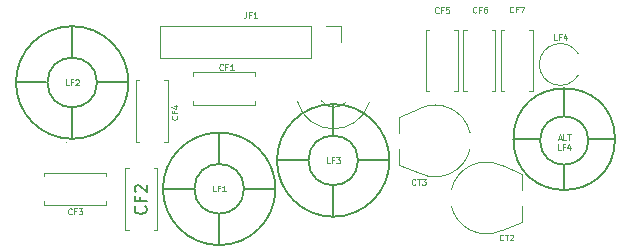
<source format=gto>
G04 #@! TF.GenerationSoftware,KiCad,Pcbnew,(6.0.5)*
G04 #@! TF.CreationDate,2022-05-21T16:28:54+08:00*
G04 #@! TF.ProjectId,AT Sprint 3B.1 filter,41542053-7072-4696-9e74-2033422e3120,rev?*
G04 #@! TF.SameCoordinates,Original*
G04 #@! TF.FileFunction,Legend,Top*
G04 #@! TF.FilePolarity,Positive*
%FSLAX46Y46*%
G04 Gerber Fmt 4.6, Leading zero omitted, Abs format (unit mm)*
G04 Created by KiCad (PCBNEW (6.0.5)) date 2022-05-21 16:28:54*
%MOMM*%
%LPD*%
G01*
G04 APERTURE LIST*
%ADD10C,0.200000*%
%ADD11C,0.100000*%
%ADD12C,0.150000*%
%ADD13C,0.120000*%
%ADD14C,0.050000*%
G04 APERTURE END LIST*
D10*
X140716000Y-64093813D02*
X140716000Y-61955406D01*
X142763813Y-59907593D02*
G75*
G03*
X142763813Y-59907593I-2047813J0D01*
G01*
X145013407Y-59796406D02*
G75*
G03*
X145013407Y-59796406I-4297407J0D01*
G01*
X136461500Y-59817000D02*
X138620500Y-59817000D01*
X140716000Y-57721500D02*
X140716000Y-55562500D01*
X142811500Y-59817000D02*
X144970500Y-59817000D01*
D11*
X140204095Y-59751833D02*
X140442190Y-59751833D01*
X140156476Y-59894690D02*
X140323142Y-59394690D01*
X140489809Y-59894690D01*
X140894571Y-59894690D02*
X140656476Y-59894690D01*
X140656476Y-59394690D01*
X140989809Y-59394690D02*
X141275523Y-59394690D01*
X141132666Y-59894690D02*
X141132666Y-59394690D01*
X140418380Y-60699690D02*
X140180285Y-60699690D01*
X140180285Y-60199690D01*
X140751714Y-60437785D02*
X140585047Y-60437785D01*
X140585047Y-60699690D02*
X140585047Y-60199690D01*
X140823142Y-60199690D01*
X141227904Y-60366357D02*
X141227904Y-60699690D01*
X141108857Y-60175880D02*
X140989809Y-60533023D01*
X141299333Y-60533023D01*
X128123190Y-63627771D02*
X128099380Y-63651580D01*
X128027952Y-63675390D01*
X127980333Y-63675390D01*
X127908904Y-63651580D01*
X127861285Y-63603961D01*
X127837476Y-63556342D01*
X127813666Y-63461104D01*
X127813666Y-63389676D01*
X127837476Y-63294438D01*
X127861285Y-63246819D01*
X127908904Y-63199200D01*
X127980333Y-63175390D01*
X128027952Y-63175390D01*
X128099380Y-63199200D01*
X128123190Y-63223009D01*
X128266047Y-63175390D02*
X128551761Y-63175390D01*
X128408904Y-63675390D02*
X128408904Y-63175390D01*
X128670809Y-63175390D02*
X128980333Y-63175390D01*
X128813666Y-63365866D01*
X128885095Y-63365866D01*
X128932714Y-63389676D01*
X128956523Y-63413485D01*
X128980333Y-63461104D01*
X128980333Y-63580152D01*
X128956523Y-63627771D01*
X128932714Y-63651580D01*
X128885095Y-63675390D01*
X128742238Y-63675390D01*
X128694619Y-63651580D01*
X128670809Y-63627771D01*
X135565390Y-68326771D02*
X135541580Y-68350580D01*
X135470152Y-68374390D01*
X135422533Y-68374390D01*
X135351104Y-68350580D01*
X135303485Y-68302961D01*
X135279676Y-68255342D01*
X135255866Y-68160104D01*
X135255866Y-68088676D01*
X135279676Y-67993438D01*
X135303485Y-67945819D01*
X135351104Y-67898200D01*
X135422533Y-67874390D01*
X135470152Y-67874390D01*
X135541580Y-67898200D01*
X135565390Y-67922009D01*
X135708247Y-67874390D02*
X135993961Y-67874390D01*
X135851104Y-68374390D02*
X135851104Y-67874390D01*
X136136819Y-67922009D02*
X136160628Y-67898200D01*
X136208247Y-67874390D01*
X136327295Y-67874390D01*
X136374914Y-67898200D01*
X136398723Y-67922009D01*
X136422533Y-67969628D01*
X136422533Y-68017247D01*
X136398723Y-68088676D01*
X136113009Y-68374390D01*
X136422533Y-68374390D01*
X140088180Y-51407190D02*
X139850085Y-51407190D01*
X139850085Y-50907190D01*
X140421514Y-51145285D02*
X140254847Y-51145285D01*
X140254847Y-51407190D02*
X140254847Y-50907190D01*
X140492942Y-50907190D01*
X140897704Y-51073857D02*
X140897704Y-51407190D01*
X140778657Y-50883380D02*
X140659609Y-51240523D01*
X140969133Y-51240523D01*
X113792047Y-49027590D02*
X113792047Y-49384733D01*
X113768238Y-49456161D01*
X113720619Y-49503780D01*
X113649190Y-49527590D01*
X113601571Y-49527590D01*
X114196809Y-49265685D02*
X114030142Y-49265685D01*
X114030142Y-49527590D02*
X114030142Y-49027590D01*
X114268238Y-49027590D01*
X114720619Y-49527590D02*
X114434904Y-49527590D01*
X114577761Y-49527590D02*
X114577761Y-49027590D01*
X114530142Y-49099019D01*
X114482523Y-49146638D01*
X114434904Y-49170447D01*
X99016380Y-66116971D02*
X98992571Y-66140780D01*
X98921142Y-66164590D01*
X98873523Y-66164590D01*
X98802095Y-66140780D01*
X98754476Y-66093161D01*
X98730666Y-66045542D01*
X98706857Y-65950304D01*
X98706857Y-65878876D01*
X98730666Y-65783638D01*
X98754476Y-65736019D01*
X98802095Y-65688400D01*
X98873523Y-65664590D01*
X98921142Y-65664590D01*
X98992571Y-65688400D01*
X99016380Y-65712209D01*
X99397333Y-65902685D02*
X99230666Y-65902685D01*
X99230666Y-66164590D02*
X99230666Y-65664590D01*
X99468761Y-65664590D01*
X99611619Y-65664590D02*
X99921142Y-65664590D01*
X99754476Y-65855066D01*
X99825904Y-65855066D01*
X99873523Y-65878876D01*
X99897333Y-65902685D01*
X99921142Y-65950304D01*
X99921142Y-66069352D01*
X99897333Y-66116971D01*
X99873523Y-66140780D01*
X99825904Y-66164590D01*
X99683047Y-66164590D01*
X99635428Y-66140780D01*
X99611619Y-66116971D01*
X136405180Y-49022771D02*
X136381371Y-49046580D01*
X136309942Y-49070390D01*
X136262323Y-49070390D01*
X136190895Y-49046580D01*
X136143276Y-48998961D01*
X136119466Y-48951342D01*
X136095657Y-48856104D01*
X136095657Y-48784676D01*
X136119466Y-48689438D01*
X136143276Y-48641819D01*
X136190895Y-48594200D01*
X136262323Y-48570390D01*
X136309942Y-48570390D01*
X136381371Y-48594200D01*
X136405180Y-48618009D01*
X136786133Y-48808485D02*
X136619466Y-48808485D01*
X136619466Y-49070390D02*
X136619466Y-48570390D01*
X136857561Y-48570390D01*
X137000419Y-48570390D02*
X137333752Y-48570390D01*
X137119466Y-49070390D01*
X130080580Y-49073571D02*
X130056771Y-49097380D01*
X129985342Y-49121190D01*
X129937723Y-49121190D01*
X129866295Y-49097380D01*
X129818676Y-49049761D01*
X129794866Y-49002142D01*
X129771057Y-48906904D01*
X129771057Y-48835476D01*
X129794866Y-48740238D01*
X129818676Y-48692619D01*
X129866295Y-48645000D01*
X129937723Y-48621190D01*
X129985342Y-48621190D01*
X130056771Y-48645000D01*
X130080580Y-48668809D01*
X130461533Y-48859285D02*
X130294866Y-48859285D01*
X130294866Y-49121190D02*
X130294866Y-48621190D01*
X130532961Y-48621190D01*
X130961533Y-48621190D02*
X130723438Y-48621190D01*
X130699628Y-48859285D01*
X130723438Y-48835476D01*
X130771057Y-48811666D01*
X130890104Y-48811666D01*
X130937723Y-48835476D01*
X130961533Y-48859285D01*
X130985342Y-48906904D01*
X130985342Y-49025952D01*
X130961533Y-49073571D01*
X130937723Y-49097380D01*
X130890104Y-49121190D01*
X130771057Y-49121190D01*
X130723438Y-49097380D01*
X130699628Y-49073571D01*
X107925371Y-57828619D02*
X107949180Y-57852428D01*
X107972990Y-57923857D01*
X107972990Y-57971476D01*
X107949180Y-58042904D01*
X107901561Y-58090523D01*
X107853942Y-58114333D01*
X107758704Y-58138142D01*
X107687276Y-58138142D01*
X107592038Y-58114333D01*
X107544419Y-58090523D01*
X107496800Y-58042904D01*
X107472990Y-57971476D01*
X107472990Y-57923857D01*
X107496800Y-57852428D01*
X107520609Y-57828619D01*
X107711085Y-57447666D02*
X107711085Y-57614333D01*
X107972990Y-57614333D02*
X107472990Y-57614333D01*
X107472990Y-57376238D01*
X107639657Y-56971476D02*
X107972990Y-56971476D01*
X107449180Y-57090523D02*
X107806323Y-57209571D01*
X107806323Y-56900047D01*
X111208380Y-64227190D02*
X110970285Y-64227190D01*
X110970285Y-63727190D01*
X111541714Y-63965285D02*
X111375047Y-63965285D01*
X111375047Y-64227190D02*
X111375047Y-63727190D01*
X111613142Y-63727190D01*
X112065523Y-64227190D02*
X111779809Y-64227190D01*
X111922666Y-64227190D02*
X111922666Y-63727190D01*
X111875047Y-63798619D01*
X111827428Y-63846238D01*
X111779809Y-63870047D01*
X98762380Y-55224190D02*
X98524285Y-55224190D01*
X98524285Y-54724190D01*
X99095714Y-54962285D02*
X98929047Y-54962285D01*
X98929047Y-55224190D02*
X98929047Y-54724190D01*
X99167142Y-54724190D01*
X99333809Y-54771809D02*
X99357619Y-54748000D01*
X99405238Y-54724190D01*
X99524285Y-54724190D01*
X99571904Y-54748000D01*
X99595714Y-54771809D01*
X99619523Y-54819428D01*
X99619523Y-54867047D01*
X99595714Y-54938476D01*
X99310000Y-55224190D01*
X99619523Y-55224190D01*
X133280980Y-49048171D02*
X133257171Y-49071980D01*
X133185742Y-49095790D01*
X133138123Y-49095790D01*
X133066695Y-49071980D01*
X133019076Y-49024361D01*
X132995266Y-48976742D01*
X132971457Y-48881504D01*
X132971457Y-48810076D01*
X132995266Y-48714838D01*
X133019076Y-48667219D01*
X133066695Y-48619600D01*
X133138123Y-48595790D01*
X133185742Y-48595790D01*
X133257171Y-48619600D01*
X133280980Y-48643409D01*
X133661933Y-48833885D02*
X133495266Y-48833885D01*
X133495266Y-49095790D02*
X133495266Y-48595790D01*
X133733361Y-48595790D01*
X134138123Y-48595790D02*
X134042885Y-48595790D01*
X133995266Y-48619600D01*
X133971457Y-48643409D01*
X133923838Y-48714838D01*
X133900028Y-48810076D01*
X133900028Y-49000552D01*
X133923838Y-49048171D01*
X133947647Y-49071980D01*
X133995266Y-49095790D01*
X134090504Y-49095790D01*
X134138123Y-49071980D01*
X134161933Y-49048171D01*
X134185742Y-49000552D01*
X134185742Y-48881504D01*
X134161933Y-48833885D01*
X134138123Y-48810076D01*
X134090504Y-48786266D01*
X133995266Y-48786266D01*
X133947647Y-48810076D01*
X133923838Y-48833885D01*
X133900028Y-48881504D01*
X120860380Y-61821190D02*
X120622285Y-61821190D01*
X120622285Y-61321190D01*
X121193714Y-61559285D02*
X121027047Y-61559285D01*
X121027047Y-61821190D02*
X121027047Y-61321190D01*
X121265142Y-61321190D01*
X121408000Y-61321190D02*
X121717523Y-61321190D01*
X121550857Y-61511666D01*
X121622285Y-61511666D01*
X121669904Y-61535476D01*
X121693714Y-61559285D01*
X121717523Y-61606904D01*
X121717523Y-61725952D01*
X121693714Y-61773571D01*
X121669904Y-61797380D01*
X121622285Y-61821190D01*
X121479428Y-61821190D01*
X121431809Y-61797380D01*
X121408000Y-61773571D01*
D12*
X105259142Y-65492238D02*
X105306761Y-65539857D01*
X105354380Y-65682714D01*
X105354380Y-65777952D01*
X105306761Y-65920809D01*
X105211523Y-66016047D01*
X105116285Y-66063666D01*
X104925809Y-66111285D01*
X104782952Y-66111285D01*
X104592476Y-66063666D01*
X104497238Y-66016047D01*
X104402000Y-65920809D01*
X104354380Y-65777952D01*
X104354380Y-65682714D01*
X104402000Y-65539857D01*
X104449619Y-65492238D01*
X104830571Y-64730333D02*
X104830571Y-65063666D01*
X105354380Y-65063666D02*
X104354380Y-65063666D01*
X104354380Y-64587476D01*
X104449619Y-64254142D02*
X104402000Y-64206523D01*
X104354380Y-64111285D01*
X104354380Y-63873190D01*
X104402000Y-63777952D01*
X104449619Y-63730333D01*
X104544857Y-63682714D01*
X104640095Y-63682714D01*
X104782952Y-63730333D01*
X105354380Y-64301761D01*
X105354380Y-63682714D01*
D11*
X111817980Y-53899571D02*
X111794171Y-53923380D01*
X111722742Y-53947190D01*
X111675123Y-53947190D01*
X111603695Y-53923380D01*
X111556076Y-53875761D01*
X111532266Y-53828142D01*
X111508457Y-53732904D01*
X111508457Y-53661476D01*
X111532266Y-53566238D01*
X111556076Y-53518619D01*
X111603695Y-53471000D01*
X111675123Y-53447190D01*
X111722742Y-53447190D01*
X111794171Y-53471000D01*
X111817980Y-53494809D01*
X112198933Y-53685285D02*
X112032266Y-53685285D01*
X112032266Y-53947190D02*
X112032266Y-53447190D01*
X112270361Y-53447190D01*
X112722742Y-53947190D02*
X112437028Y-53947190D01*
X112579885Y-53947190D02*
X112579885Y-53447190D01*
X112532266Y-53518619D01*
X112484647Y-53566238D01*
X112437028Y-53590047D01*
D13*
X126753852Y-59294000D02*
X126744000Y-57944000D01*
X128494000Y-57194000D02*
X126744000Y-57944000D01*
X126753852Y-60594000D02*
X126744000Y-61944000D01*
X126744000Y-61944000D02*
X128494000Y-62694000D01*
X132744000Y-59244000D02*
G75*
G03*
X128494000Y-57194000I-2953478J-692576D01*
G01*
X128494000Y-62694000D02*
G75*
G03*
X132744000Y-60644000I1296510J2742602D01*
G01*
X137152148Y-65420000D02*
X137162000Y-66770000D01*
X135412000Y-67520000D02*
X137162000Y-66770000D01*
X137152148Y-64120000D02*
X137162000Y-62770000D01*
X137162000Y-62770000D02*
X135412000Y-62020000D01*
X131162000Y-65470000D02*
G75*
G03*
X135412000Y-67520000I2953478J692576D01*
G01*
X135412000Y-62020000D02*
G75*
G03*
X131162000Y-64070000I-1296510J-2742602D01*
G01*
X141891118Y-52547000D02*
G75*
G03*
X141891118Y-54387000I-1512118J-920000D01*
G01*
X119253000Y-52892000D02*
X106493000Y-52892000D01*
X119253000Y-50232000D02*
X106493000Y-50232000D01*
X121853000Y-50232000D02*
X121853000Y-51562000D01*
X119253000Y-50232000D02*
X119253000Y-52892000D01*
X120523000Y-50232000D02*
X121853000Y-50232000D01*
X106493000Y-50232000D02*
X106493000Y-52892000D01*
X101934000Y-62638000D02*
X101934000Y-62953000D01*
X101934000Y-65063000D02*
X101934000Y-65378000D01*
X96694000Y-65378000D02*
X101934000Y-65378000D01*
X96694000Y-65063000D02*
X96694000Y-65378000D01*
X96694000Y-62638000D02*
X96694000Y-62953000D01*
X96694000Y-62638000D02*
X101934000Y-62638000D01*
X138066000Y-55754000D02*
X138066000Y-50514000D01*
X135326000Y-50514000D02*
X135641000Y-50514000D01*
X137751000Y-55754000D02*
X138066000Y-55754000D01*
X137751000Y-50514000D02*
X138066000Y-50514000D01*
X135326000Y-55754000D02*
X135326000Y-50514000D01*
X135326000Y-55754000D02*
X135641000Y-55754000D01*
X131716000Y-55754000D02*
X131716000Y-50514000D01*
X128976000Y-55754000D02*
X128976000Y-50514000D01*
X128976000Y-55754000D02*
X129291000Y-55754000D01*
X131401000Y-50514000D02*
X131716000Y-50514000D01*
X131401000Y-55754000D02*
X131716000Y-55754000D01*
X128976000Y-50514000D02*
X129291000Y-50514000D01*
X106846000Y-60064000D02*
X107161000Y-60064000D01*
X107161000Y-60064000D02*
X107161000Y-54824000D01*
X106846000Y-54824000D02*
X107161000Y-54824000D01*
X104421000Y-60064000D02*
X104736000Y-60064000D01*
X104421000Y-54824000D02*
X104736000Y-54824000D01*
X104421000Y-60064000D02*
X104421000Y-54824000D01*
D12*
X111506000Y-59236000D02*
X111506000Y-61801360D01*
X111506000Y-66101580D02*
X111506000Y-68766000D01*
X106741000Y-64001000D02*
X109405420Y-64001000D01*
X113715800Y-64001000D02*
X116271000Y-64001000D01*
X116271000Y-64001000D02*
G75*
G03*
X116271000Y-64001000I-4765000J0D01*
G01*
D13*
X112074000Y-58921000D02*
G75*
G03*
X112074000Y-58921000I-60000J0D01*
G01*
D12*
X113606580Y-64001000D02*
G75*
G03*
X113606580Y-64001000I-2100580J0D01*
G01*
X103825000Y-54998000D02*
X101160580Y-54998000D01*
X99060000Y-59763000D02*
X99060000Y-57197640D01*
X99060000Y-52897420D02*
X99060000Y-50233000D01*
X96850200Y-54998000D02*
X94295000Y-54998000D01*
X101160580Y-54998000D02*
G75*
G03*
X101160580Y-54998000I-2100580J0D01*
G01*
X103825000Y-54998000D02*
G75*
G03*
X103825000Y-54998000I-4765000J0D01*
G01*
D13*
X98612000Y-60078000D02*
G75*
G03*
X98612000Y-60078000I-60000J0D01*
G01*
X134891000Y-50514000D02*
X134891000Y-55754000D01*
X134891000Y-55754000D02*
X134576000Y-55754000D01*
X134891000Y-50514000D02*
X134576000Y-50514000D01*
X132466000Y-55754000D02*
X132151000Y-55754000D01*
X132151000Y-50514000D02*
X132151000Y-55754000D01*
X132466000Y-50514000D02*
X132151000Y-50514000D01*
D12*
X125923000Y-61595000D02*
G75*
G03*
X125923000Y-61595000I-4765000J0D01*
G01*
X123258580Y-61595000D02*
G75*
G03*
X123258580Y-61595000I-2100580J0D01*
G01*
D14*
X122234000Y-56645000D02*
G75*
G03*
X122234000Y-56645000I-60000J0D01*
G01*
X124268000Y-56635000D02*
G75*
G03*
X124268000Y-56635000I-60000J0D01*
G01*
X118109999Y-56545000D02*
G75*
G03*
X124208000Y-56695000I3070538J800570D01*
G01*
X120158000Y-56545000D02*
G75*
G03*
X122174000Y-56705000I1073764J748628D01*
G01*
D12*
X121158000Y-63695580D02*
X121158000Y-66360000D01*
X123367800Y-61595000D02*
X125923000Y-61595000D01*
X116393000Y-61595000D02*
X119057420Y-61595000D01*
X121158000Y-56830000D02*
X121158000Y-59395360D01*
D13*
X105957000Y-62277000D02*
X106272000Y-62277000D01*
X103532000Y-62277000D02*
X103847000Y-62277000D01*
X103532000Y-67517000D02*
X103532000Y-62277000D01*
X106272000Y-67517000D02*
X106272000Y-62277000D01*
X105957000Y-67517000D02*
X106272000Y-67517000D01*
X103532000Y-67517000D02*
X103847000Y-67517000D01*
X114507000Y-54444000D02*
X114507000Y-54129000D01*
X109267000Y-56869000D02*
X109267000Y-56554000D01*
X114507000Y-56869000D02*
X109267000Y-56869000D01*
X109267000Y-54444000D02*
X109267000Y-54129000D01*
X114507000Y-54129000D02*
X109267000Y-54129000D01*
X114507000Y-56869000D02*
X114507000Y-56554000D01*
M02*

</source>
